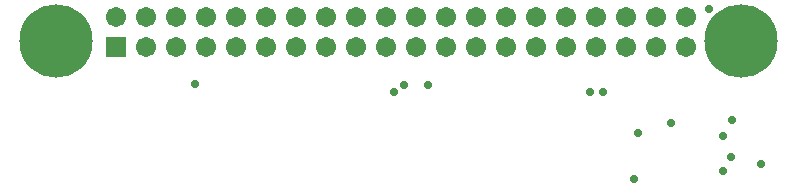
<source format=gbs>
G04*
G04 #@! TF.GenerationSoftware,Altium Limited,Altium Designer,22.9.1 (49)*
G04*
G04 Layer_Color=16711935*
%FSLAX44Y44*%
%MOMM*%
G71*
G04*
G04 #@! TF.SameCoordinates,B5FEB32B-E54B-4D09-B02F-23BE752CD7F3*
G04*
G04*
G04 #@! TF.FilePolarity,Negative*
G04*
G01*
G75*
%ADD20R,1.7032X1.7032*%
%ADD21C,1.7032*%
%ADD22C,6.2032*%
%ADD23C,0.7032*%
D20*
X86202Y122301D02*
D03*
D21*
Y147701D02*
D03*
X111602Y122301D02*
D03*
Y147701D02*
D03*
X137002Y122301D02*
D03*
Y147701D02*
D03*
X162402Y122301D02*
D03*
Y147701D02*
D03*
X187802Y122301D02*
D03*
Y147701D02*
D03*
X213202Y122301D02*
D03*
Y147701D02*
D03*
X238602Y122301D02*
D03*
Y147701D02*
D03*
X264002Y122301D02*
D03*
Y147701D02*
D03*
X289402Y122301D02*
D03*
Y147701D02*
D03*
X314802Y122301D02*
D03*
Y147701D02*
D03*
X340202Y122301D02*
D03*
Y147701D02*
D03*
X365602Y122301D02*
D03*
Y147701D02*
D03*
X391002Y122301D02*
D03*
Y147701D02*
D03*
X416402Y122301D02*
D03*
Y147701D02*
D03*
X441802Y122301D02*
D03*
Y147701D02*
D03*
X467202Y122301D02*
D03*
Y147701D02*
D03*
X568802D02*
D03*
Y122301D02*
D03*
X543402Y147701D02*
D03*
Y122301D02*
D03*
X518002Y147701D02*
D03*
Y122301D02*
D03*
X492602Y147701D02*
D03*
Y122301D02*
D03*
D22*
X35000Y127500D02*
D03*
X615000D02*
D03*
D23*
X321250Y83750D02*
D03*
X350000Y90000D02*
D03*
X330000D02*
D03*
X525000Y10000D02*
D03*
X607500Y60000D02*
D03*
X600048Y47000D02*
D03*
X153262Y90732D02*
D03*
X487272Y84184D02*
D03*
X498194D02*
D03*
X600048Y16874D02*
D03*
X632560Y22716D02*
D03*
X527912Y49640D02*
D03*
X606578Y28903D02*
D03*
X556106Y57500D02*
D03*
X587856Y154149D02*
D03*
M02*

</source>
